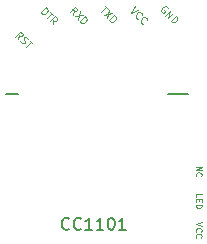
<source format=gbr>
G04 #@! TF.GenerationSoftware,KiCad,Pcbnew,(5.0.2)-1*
G04 #@! TF.CreationDate,2019-01-20T16:15:56+01:00*
G04 #@! TF.ProjectId,HM-LC-Sw1-Pl-DN-R1_S26,484d2d4c-432d-4537-9731-2d506c2d444e,rev?*
G04 #@! TF.SameCoordinates,Original*
G04 #@! TF.FileFunction,Legend,Top*
G04 #@! TF.FilePolarity,Positive*
%FSLAX46Y46*%
G04 Gerber Fmt 4.6, Leading zero omitted, Abs format (unit mm)*
G04 Created by KiCad (PCBNEW (5.0.2)-1) date 20.01.2019 16:15:56*
%MOMM*%
%LPD*%
G01*
G04 APERTURE LIST*
%ADD10C,0.100000*%
%ADD11C,0.150000*%
G04 APERTURE END LIST*
D10*
X161802569Y-111514973D02*
X161302569Y-111681640D01*
X161802569Y-111848306D01*
X161350188Y-112300687D02*
X161326379Y-112276878D01*
X161302569Y-112205449D01*
X161302569Y-112157830D01*
X161326379Y-112086401D01*
X161373998Y-112038782D01*
X161421617Y-112014973D01*
X161516855Y-111991163D01*
X161588283Y-111991163D01*
X161683521Y-112014973D01*
X161731140Y-112038782D01*
X161778760Y-112086401D01*
X161802569Y-112157830D01*
X161802569Y-112205449D01*
X161778760Y-112276878D01*
X161754950Y-112300687D01*
X161350188Y-112800687D02*
X161326379Y-112776878D01*
X161302569Y-112705449D01*
X161302569Y-112657830D01*
X161326379Y-112586401D01*
X161373998Y-112538782D01*
X161421617Y-112514973D01*
X161516855Y-112491163D01*
X161588283Y-112491163D01*
X161683521Y-112514973D01*
X161731140Y-112538782D01*
X161778760Y-112586401D01*
X161802569Y-112657830D01*
X161802569Y-112705449D01*
X161778760Y-112776878D01*
X161754950Y-112800687D01*
X161307649Y-109386251D02*
X161307649Y-109148156D01*
X161807649Y-109148156D01*
X161569554Y-109552918D02*
X161569554Y-109719584D01*
X161307649Y-109791013D02*
X161307649Y-109552918D01*
X161807649Y-109552918D01*
X161807649Y-109791013D01*
X161307649Y-110005299D02*
X161807649Y-110005299D01*
X161807649Y-110124346D01*
X161783840Y-110195775D01*
X161736220Y-110243394D01*
X161688601Y-110267203D01*
X161593363Y-110291013D01*
X161521935Y-110291013D01*
X161426697Y-110267203D01*
X161379078Y-110243394D01*
X161331459Y-110195775D01*
X161307649Y-110124346D01*
X161307649Y-110005299D01*
X161312729Y-106790062D02*
X161812729Y-106790062D01*
X161312729Y-107075777D01*
X161812729Y-107075777D01*
X161360348Y-107599586D02*
X161336539Y-107575777D01*
X161312729Y-107504348D01*
X161312729Y-107456729D01*
X161336539Y-107385300D01*
X161384158Y-107337681D01*
X161431777Y-107313872D01*
X161527015Y-107290062D01*
X161598443Y-107290062D01*
X161693681Y-107313872D01*
X161741300Y-107337681D01*
X161788920Y-107385300D01*
X161812729Y-107456729D01*
X161812729Y-107504348D01*
X161788920Y-107575777D01*
X161765110Y-107599586D01*
X146286135Y-96022393D02*
X146346745Y-95678942D01*
X146043699Y-95779957D02*
X146467963Y-95355693D01*
X146629587Y-95517317D01*
X146649790Y-95577926D01*
X146649790Y-95618332D01*
X146629587Y-95678942D01*
X146568978Y-95739551D01*
X146508369Y-95759754D01*
X146467963Y-95759754D01*
X146407354Y-95739551D01*
X146245729Y-95577926D01*
X146467963Y-96163815D02*
X146508369Y-96244627D01*
X146609384Y-96345642D01*
X146669993Y-96365845D01*
X146710400Y-96365845D01*
X146771009Y-96345642D01*
X146811415Y-96305236D01*
X146831618Y-96244627D01*
X146831618Y-96204221D01*
X146811415Y-96143612D01*
X146750806Y-96042596D01*
X146730603Y-95981987D01*
X146730603Y-95941581D01*
X146750806Y-95880972D01*
X146791212Y-95840566D01*
X146851821Y-95820363D01*
X146892227Y-95820363D01*
X146952836Y-95840566D01*
X147053851Y-95941581D01*
X147094257Y-96022393D01*
X147235679Y-96123409D02*
X147478115Y-96365845D01*
X146932633Y-96668891D02*
X147356897Y-96244627D01*
X150909228Y-93914486D02*
X150969837Y-93571034D01*
X150666791Y-93672049D02*
X151091055Y-93247785D01*
X151252680Y-93409409D01*
X151272883Y-93470019D01*
X151272883Y-93510425D01*
X151252680Y-93571034D01*
X151192071Y-93631643D01*
X151131461Y-93651846D01*
X151091055Y-93651846D01*
X151030446Y-93631643D01*
X150868822Y-93470019D01*
X151474913Y-93631643D02*
X151333492Y-94338750D01*
X151757756Y-93914486D02*
X151050649Y-94055907D01*
X151495116Y-94500374D02*
X151919380Y-94076110D01*
X152020396Y-94177125D01*
X152060802Y-94257938D01*
X152060802Y-94338750D01*
X152040599Y-94399359D01*
X151979990Y-94500374D01*
X151919380Y-94560983D01*
X151818365Y-94621593D01*
X151757756Y-94641796D01*
X151676944Y-94641796D01*
X151596132Y-94601390D01*
X151495116Y-94500374D01*
X148192597Y-93737855D02*
X148616861Y-93313591D01*
X148717877Y-93414606D01*
X148758283Y-93495419D01*
X148758283Y-93576231D01*
X148738080Y-93636840D01*
X148677471Y-93737855D01*
X148616861Y-93798464D01*
X148515846Y-93859074D01*
X148455237Y-93879277D01*
X148374425Y-93879277D01*
X148293613Y-93838871D01*
X148192597Y-93737855D01*
X148980516Y-93677246D02*
X149222953Y-93919683D01*
X148677471Y-94222728D02*
X149101735Y-93798464D01*
X149182547Y-94727805D02*
X149243156Y-94384353D01*
X148940110Y-94485368D02*
X149364374Y-94061104D01*
X149525999Y-94222728D01*
X149546202Y-94283338D01*
X149546202Y-94323744D01*
X149525999Y-94384353D01*
X149465390Y-94444962D01*
X149404780Y-94465165D01*
X149364374Y-94465165D01*
X149303765Y-94444962D01*
X149142141Y-94283338D01*
X156130649Y-93207379D02*
X155847806Y-93773064D01*
X156413492Y-93490222D01*
X156413492Y-94257938D02*
X156373086Y-94257938D01*
X156292274Y-94217532D01*
X156251867Y-94177125D01*
X156211461Y-94096313D01*
X156211461Y-94015501D01*
X156231664Y-93954892D01*
X156292274Y-93853877D01*
X156352883Y-93793267D01*
X156453898Y-93732658D01*
X156514507Y-93712455D01*
X156595319Y-93712455D01*
X156676132Y-93752861D01*
X156716538Y-93793267D01*
X156756944Y-93874080D01*
X156756944Y-93914486D01*
X156837756Y-94682202D02*
X156797350Y-94682202D01*
X156716538Y-94641796D01*
X156676132Y-94601390D01*
X156635725Y-94520577D01*
X156635725Y-94439765D01*
X156655928Y-94379156D01*
X156716538Y-94278141D01*
X156777147Y-94217532D01*
X156878162Y-94156922D01*
X156938771Y-94136719D01*
X157019583Y-94136719D01*
X157100396Y-94177125D01*
X157140802Y-94217532D01*
X157181208Y-94298344D01*
X157181208Y-94338750D01*
X153620954Y-93186884D02*
X153863390Y-93429320D01*
X153317908Y-93732366D02*
X153742172Y-93308102D01*
X153964406Y-93530335D02*
X153822984Y-94237442D01*
X154247248Y-93813178D02*
X153540142Y-93954600D01*
X153984609Y-94399067D02*
X154408873Y-93974803D01*
X154509888Y-94075818D01*
X154550294Y-94156630D01*
X154550294Y-94237442D01*
X154530091Y-94298051D01*
X154469482Y-94399067D01*
X154408873Y-94459676D01*
X154307857Y-94520285D01*
X154247248Y-94540488D01*
X154166436Y-94540488D01*
X154085624Y-94500082D01*
X153984609Y-94399067D01*
X158943683Y-93393819D02*
X158923480Y-93333209D01*
X158862871Y-93272600D01*
X158782058Y-93232194D01*
X158701246Y-93232194D01*
X158640637Y-93252397D01*
X158539622Y-93313006D01*
X158479013Y-93373616D01*
X158418403Y-93474631D01*
X158398200Y-93535240D01*
X158398200Y-93616052D01*
X158438606Y-93696864D01*
X158479013Y-93737271D01*
X158559825Y-93777677D01*
X158600231Y-93777677D01*
X158741652Y-93636255D01*
X158660840Y-93555443D01*
X158741652Y-93999910D02*
X159165916Y-93575646D01*
X158984089Y-94242347D01*
X159408353Y-93818083D01*
X159186119Y-94444377D02*
X159610383Y-94020113D01*
X159711399Y-94121128D01*
X159751805Y-94201941D01*
X159751805Y-94282753D01*
X159731602Y-94343362D01*
X159670993Y-94444377D01*
X159610383Y-94504986D01*
X159509368Y-94565596D01*
X159448759Y-94585799D01*
X159367947Y-94585799D01*
X159287135Y-94545393D01*
X159186119Y-94444377D01*
D11*
G04 #@! TO.C,CC1101*
X145227040Y-100604320D02*
X146293840Y-100604320D01*
X158917640Y-100629720D02*
X160670240Y-100629720D01*
X150580001Y-112034462D02*
X150532382Y-112082081D01*
X150389525Y-112129700D01*
X150294287Y-112129700D01*
X150151430Y-112082081D01*
X150056192Y-111986843D01*
X150008573Y-111891605D01*
X149960954Y-111701129D01*
X149960954Y-111558272D01*
X150008573Y-111367796D01*
X150056192Y-111272558D01*
X150151430Y-111177320D01*
X150294287Y-111129700D01*
X150389525Y-111129700D01*
X150532382Y-111177320D01*
X150580001Y-111224939D01*
X151580001Y-112034462D02*
X151532382Y-112082081D01*
X151389525Y-112129700D01*
X151294287Y-112129700D01*
X151151430Y-112082081D01*
X151056192Y-111986843D01*
X151008573Y-111891605D01*
X150960954Y-111701129D01*
X150960954Y-111558272D01*
X151008573Y-111367796D01*
X151056192Y-111272558D01*
X151151430Y-111177320D01*
X151294287Y-111129700D01*
X151389525Y-111129700D01*
X151532382Y-111177320D01*
X151580001Y-111224939D01*
X152532382Y-112129700D02*
X151960954Y-112129700D01*
X152246668Y-112129700D02*
X152246668Y-111129700D01*
X152151430Y-111272558D01*
X152056192Y-111367796D01*
X151960954Y-111415415D01*
X153484763Y-112129700D02*
X152913335Y-112129700D01*
X153199049Y-112129700D02*
X153199049Y-111129700D01*
X153103811Y-111272558D01*
X153008573Y-111367796D01*
X152913335Y-111415415D01*
X154103811Y-111129700D02*
X154199049Y-111129700D01*
X154294287Y-111177320D01*
X154341906Y-111224939D01*
X154389525Y-111320177D01*
X154437144Y-111510653D01*
X154437144Y-111748748D01*
X154389525Y-111939224D01*
X154341906Y-112034462D01*
X154294287Y-112082081D01*
X154199049Y-112129700D01*
X154103811Y-112129700D01*
X154008573Y-112082081D01*
X153960954Y-112034462D01*
X153913335Y-111939224D01*
X153865716Y-111748748D01*
X153865716Y-111510653D01*
X153913335Y-111320177D01*
X153960954Y-111224939D01*
X154008573Y-111177320D01*
X154103811Y-111129700D01*
X155389525Y-112129700D02*
X154818097Y-112129700D01*
X155103811Y-112129700D02*
X155103811Y-111129700D01*
X155008573Y-111272558D01*
X154913335Y-111367796D01*
X154818097Y-111415415D01*
G04 #@! TD*
M02*

</source>
